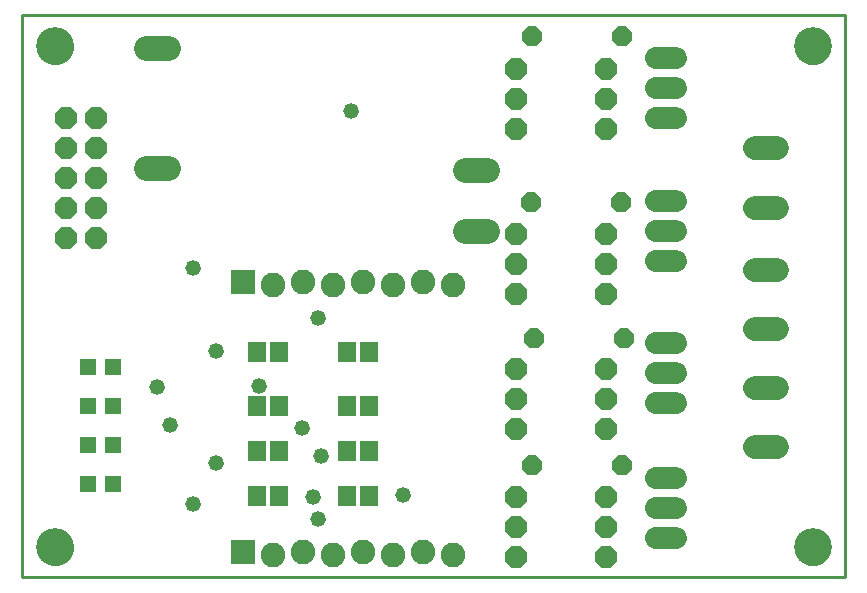
<source format=gts>
G75*
%MOIN*%
%OFA0B0*%
%FSLAX25Y25*%
%IPPOS*%
%LPD*%
%AMOC8*
5,1,8,0,0,1.08239X$1,22.5*
%
%ADD10C,0.01000*%
%ADD11C,0.08100*%
%ADD12C,0.08200*%
%ADD13C,0.00000*%
%ADD14C,0.12611*%
%ADD15R,0.08200X0.08200*%
%ADD16C,0.08200*%
%ADD17OC8,0.06600*%
%ADD18R,0.05918X0.06706*%
%ADD19R,0.05524X0.05524*%
%ADD20C,0.07400*%
%ADD21OC8,0.07400*%
%ADD22OC8,0.07100*%
%ADD23C,0.05200*%
D10*
X0039800Y0028800D02*
X0039800Y0216261D01*
X0314001Y0216261D01*
X0314001Y0028800D01*
X0039800Y0028800D01*
D11*
X0284050Y0072272D02*
X0291350Y0072272D01*
X0291350Y0091957D02*
X0284050Y0091957D01*
X0284050Y0111643D02*
X0291350Y0111643D01*
X0291350Y0131328D02*
X0284050Y0131328D01*
X0284150Y0151800D02*
X0291450Y0151800D01*
X0291450Y0171800D02*
X0284150Y0171800D01*
D12*
X0194831Y0164457D02*
X0187431Y0164457D01*
X0187431Y0144379D02*
X0194831Y0144379D01*
X0088531Y0165245D02*
X0081131Y0165245D01*
X0081131Y0205087D02*
X0088531Y0205087D01*
D13*
X0044894Y0205800D02*
X0044896Y0205953D01*
X0044902Y0206107D01*
X0044912Y0206260D01*
X0044926Y0206412D01*
X0044944Y0206565D01*
X0044966Y0206716D01*
X0044991Y0206867D01*
X0045021Y0207018D01*
X0045055Y0207168D01*
X0045092Y0207316D01*
X0045133Y0207464D01*
X0045178Y0207610D01*
X0045227Y0207756D01*
X0045280Y0207900D01*
X0045336Y0208042D01*
X0045396Y0208183D01*
X0045460Y0208323D01*
X0045527Y0208461D01*
X0045598Y0208597D01*
X0045673Y0208731D01*
X0045750Y0208863D01*
X0045832Y0208993D01*
X0045916Y0209121D01*
X0046004Y0209247D01*
X0046095Y0209370D01*
X0046189Y0209491D01*
X0046287Y0209609D01*
X0046387Y0209725D01*
X0046491Y0209838D01*
X0046597Y0209949D01*
X0046706Y0210057D01*
X0046818Y0210162D01*
X0046932Y0210263D01*
X0047050Y0210362D01*
X0047169Y0210458D01*
X0047291Y0210551D01*
X0047416Y0210640D01*
X0047543Y0210727D01*
X0047672Y0210809D01*
X0047803Y0210889D01*
X0047936Y0210965D01*
X0048071Y0211038D01*
X0048208Y0211107D01*
X0048347Y0211172D01*
X0048487Y0211234D01*
X0048629Y0211292D01*
X0048772Y0211347D01*
X0048917Y0211398D01*
X0049063Y0211445D01*
X0049210Y0211488D01*
X0049358Y0211527D01*
X0049507Y0211563D01*
X0049657Y0211594D01*
X0049808Y0211622D01*
X0049959Y0211646D01*
X0050112Y0211666D01*
X0050264Y0211682D01*
X0050417Y0211694D01*
X0050570Y0211702D01*
X0050723Y0211706D01*
X0050877Y0211706D01*
X0051030Y0211702D01*
X0051183Y0211694D01*
X0051336Y0211682D01*
X0051488Y0211666D01*
X0051641Y0211646D01*
X0051792Y0211622D01*
X0051943Y0211594D01*
X0052093Y0211563D01*
X0052242Y0211527D01*
X0052390Y0211488D01*
X0052537Y0211445D01*
X0052683Y0211398D01*
X0052828Y0211347D01*
X0052971Y0211292D01*
X0053113Y0211234D01*
X0053253Y0211172D01*
X0053392Y0211107D01*
X0053529Y0211038D01*
X0053664Y0210965D01*
X0053797Y0210889D01*
X0053928Y0210809D01*
X0054057Y0210727D01*
X0054184Y0210640D01*
X0054309Y0210551D01*
X0054431Y0210458D01*
X0054550Y0210362D01*
X0054668Y0210263D01*
X0054782Y0210162D01*
X0054894Y0210057D01*
X0055003Y0209949D01*
X0055109Y0209838D01*
X0055213Y0209725D01*
X0055313Y0209609D01*
X0055411Y0209491D01*
X0055505Y0209370D01*
X0055596Y0209247D01*
X0055684Y0209121D01*
X0055768Y0208993D01*
X0055850Y0208863D01*
X0055927Y0208731D01*
X0056002Y0208597D01*
X0056073Y0208461D01*
X0056140Y0208323D01*
X0056204Y0208183D01*
X0056264Y0208042D01*
X0056320Y0207900D01*
X0056373Y0207756D01*
X0056422Y0207610D01*
X0056467Y0207464D01*
X0056508Y0207316D01*
X0056545Y0207168D01*
X0056579Y0207018D01*
X0056609Y0206867D01*
X0056634Y0206716D01*
X0056656Y0206565D01*
X0056674Y0206412D01*
X0056688Y0206260D01*
X0056698Y0206107D01*
X0056704Y0205953D01*
X0056706Y0205800D01*
X0056704Y0205647D01*
X0056698Y0205493D01*
X0056688Y0205340D01*
X0056674Y0205188D01*
X0056656Y0205035D01*
X0056634Y0204884D01*
X0056609Y0204733D01*
X0056579Y0204582D01*
X0056545Y0204432D01*
X0056508Y0204284D01*
X0056467Y0204136D01*
X0056422Y0203990D01*
X0056373Y0203844D01*
X0056320Y0203700D01*
X0056264Y0203558D01*
X0056204Y0203417D01*
X0056140Y0203277D01*
X0056073Y0203139D01*
X0056002Y0203003D01*
X0055927Y0202869D01*
X0055850Y0202737D01*
X0055768Y0202607D01*
X0055684Y0202479D01*
X0055596Y0202353D01*
X0055505Y0202230D01*
X0055411Y0202109D01*
X0055313Y0201991D01*
X0055213Y0201875D01*
X0055109Y0201762D01*
X0055003Y0201651D01*
X0054894Y0201543D01*
X0054782Y0201438D01*
X0054668Y0201337D01*
X0054550Y0201238D01*
X0054431Y0201142D01*
X0054309Y0201049D01*
X0054184Y0200960D01*
X0054057Y0200873D01*
X0053928Y0200791D01*
X0053797Y0200711D01*
X0053664Y0200635D01*
X0053529Y0200562D01*
X0053392Y0200493D01*
X0053253Y0200428D01*
X0053113Y0200366D01*
X0052971Y0200308D01*
X0052828Y0200253D01*
X0052683Y0200202D01*
X0052537Y0200155D01*
X0052390Y0200112D01*
X0052242Y0200073D01*
X0052093Y0200037D01*
X0051943Y0200006D01*
X0051792Y0199978D01*
X0051641Y0199954D01*
X0051488Y0199934D01*
X0051336Y0199918D01*
X0051183Y0199906D01*
X0051030Y0199898D01*
X0050877Y0199894D01*
X0050723Y0199894D01*
X0050570Y0199898D01*
X0050417Y0199906D01*
X0050264Y0199918D01*
X0050112Y0199934D01*
X0049959Y0199954D01*
X0049808Y0199978D01*
X0049657Y0200006D01*
X0049507Y0200037D01*
X0049358Y0200073D01*
X0049210Y0200112D01*
X0049063Y0200155D01*
X0048917Y0200202D01*
X0048772Y0200253D01*
X0048629Y0200308D01*
X0048487Y0200366D01*
X0048347Y0200428D01*
X0048208Y0200493D01*
X0048071Y0200562D01*
X0047936Y0200635D01*
X0047803Y0200711D01*
X0047672Y0200791D01*
X0047543Y0200873D01*
X0047416Y0200960D01*
X0047291Y0201049D01*
X0047169Y0201142D01*
X0047050Y0201238D01*
X0046932Y0201337D01*
X0046818Y0201438D01*
X0046706Y0201543D01*
X0046597Y0201651D01*
X0046491Y0201762D01*
X0046387Y0201875D01*
X0046287Y0201991D01*
X0046189Y0202109D01*
X0046095Y0202230D01*
X0046004Y0202353D01*
X0045916Y0202479D01*
X0045832Y0202607D01*
X0045750Y0202737D01*
X0045673Y0202869D01*
X0045598Y0203003D01*
X0045527Y0203139D01*
X0045460Y0203277D01*
X0045396Y0203417D01*
X0045336Y0203558D01*
X0045280Y0203700D01*
X0045227Y0203844D01*
X0045178Y0203990D01*
X0045133Y0204136D01*
X0045092Y0204284D01*
X0045055Y0204432D01*
X0045021Y0204582D01*
X0044991Y0204733D01*
X0044966Y0204884D01*
X0044944Y0205035D01*
X0044926Y0205188D01*
X0044912Y0205340D01*
X0044902Y0205493D01*
X0044896Y0205647D01*
X0044894Y0205800D01*
X0297394Y0205800D02*
X0297396Y0205953D01*
X0297402Y0206107D01*
X0297412Y0206260D01*
X0297426Y0206412D01*
X0297444Y0206565D01*
X0297466Y0206716D01*
X0297491Y0206867D01*
X0297521Y0207018D01*
X0297555Y0207168D01*
X0297592Y0207316D01*
X0297633Y0207464D01*
X0297678Y0207610D01*
X0297727Y0207756D01*
X0297780Y0207900D01*
X0297836Y0208042D01*
X0297896Y0208183D01*
X0297960Y0208323D01*
X0298027Y0208461D01*
X0298098Y0208597D01*
X0298173Y0208731D01*
X0298250Y0208863D01*
X0298332Y0208993D01*
X0298416Y0209121D01*
X0298504Y0209247D01*
X0298595Y0209370D01*
X0298689Y0209491D01*
X0298787Y0209609D01*
X0298887Y0209725D01*
X0298991Y0209838D01*
X0299097Y0209949D01*
X0299206Y0210057D01*
X0299318Y0210162D01*
X0299432Y0210263D01*
X0299550Y0210362D01*
X0299669Y0210458D01*
X0299791Y0210551D01*
X0299916Y0210640D01*
X0300043Y0210727D01*
X0300172Y0210809D01*
X0300303Y0210889D01*
X0300436Y0210965D01*
X0300571Y0211038D01*
X0300708Y0211107D01*
X0300847Y0211172D01*
X0300987Y0211234D01*
X0301129Y0211292D01*
X0301272Y0211347D01*
X0301417Y0211398D01*
X0301563Y0211445D01*
X0301710Y0211488D01*
X0301858Y0211527D01*
X0302007Y0211563D01*
X0302157Y0211594D01*
X0302308Y0211622D01*
X0302459Y0211646D01*
X0302612Y0211666D01*
X0302764Y0211682D01*
X0302917Y0211694D01*
X0303070Y0211702D01*
X0303223Y0211706D01*
X0303377Y0211706D01*
X0303530Y0211702D01*
X0303683Y0211694D01*
X0303836Y0211682D01*
X0303988Y0211666D01*
X0304141Y0211646D01*
X0304292Y0211622D01*
X0304443Y0211594D01*
X0304593Y0211563D01*
X0304742Y0211527D01*
X0304890Y0211488D01*
X0305037Y0211445D01*
X0305183Y0211398D01*
X0305328Y0211347D01*
X0305471Y0211292D01*
X0305613Y0211234D01*
X0305753Y0211172D01*
X0305892Y0211107D01*
X0306029Y0211038D01*
X0306164Y0210965D01*
X0306297Y0210889D01*
X0306428Y0210809D01*
X0306557Y0210727D01*
X0306684Y0210640D01*
X0306809Y0210551D01*
X0306931Y0210458D01*
X0307050Y0210362D01*
X0307168Y0210263D01*
X0307282Y0210162D01*
X0307394Y0210057D01*
X0307503Y0209949D01*
X0307609Y0209838D01*
X0307713Y0209725D01*
X0307813Y0209609D01*
X0307911Y0209491D01*
X0308005Y0209370D01*
X0308096Y0209247D01*
X0308184Y0209121D01*
X0308268Y0208993D01*
X0308350Y0208863D01*
X0308427Y0208731D01*
X0308502Y0208597D01*
X0308573Y0208461D01*
X0308640Y0208323D01*
X0308704Y0208183D01*
X0308764Y0208042D01*
X0308820Y0207900D01*
X0308873Y0207756D01*
X0308922Y0207610D01*
X0308967Y0207464D01*
X0309008Y0207316D01*
X0309045Y0207168D01*
X0309079Y0207018D01*
X0309109Y0206867D01*
X0309134Y0206716D01*
X0309156Y0206565D01*
X0309174Y0206412D01*
X0309188Y0206260D01*
X0309198Y0206107D01*
X0309204Y0205953D01*
X0309206Y0205800D01*
X0309204Y0205647D01*
X0309198Y0205493D01*
X0309188Y0205340D01*
X0309174Y0205188D01*
X0309156Y0205035D01*
X0309134Y0204884D01*
X0309109Y0204733D01*
X0309079Y0204582D01*
X0309045Y0204432D01*
X0309008Y0204284D01*
X0308967Y0204136D01*
X0308922Y0203990D01*
X0308873Y0203844D01*
X0308820Y0203700D01*
X0308764Y0203558D01*
X0308704Y0203417D01*
X0308640Y0203277D01*
X0308573Y0203139D01*
X0308502Y0203003D01*
X0308427Y0202869D01*
X0308350Y0202737D01*
X0308268Y0202607D01*
X0308184Y0202479D01*
X0308096Y0202353D01*
X0308005Y0202230D01*
X0307911Y0202109D01*
X0307813Y0201991D01*
X0307713Y0201875D01*
X0307609Y0201762D01*
X0307503Y0201651D01*
X0307394Y0201543D01*
X0307282Y0201438D01*
X0307168Y0201337D01*
X0307050Y0201238D01*
X0306931Y0201142D01*
X0306809Y0201049D01*
X0306684Y0200960D01*
X0306557Y0200873D01*
X0306428Y0200791D01*
X0306297Y0200711D01*
X0306164Y0200635D01*
X0306029Y0200562D01*
X0305892Y0200493D01*
X0305753Y0200428D01*
X0305613Y0200366D01*
X0305471Y0200308D01*
X0305328Y0200253D01*
X0305183Y0200202D01*
X0305037Y0200155D01*
X0304890Y0200112D01*
X0304742Y0200073D01*
X0304593Y0200037D01*
X0304443Y0200006D01*
X0304292Y0199978D01*
X0304141Y0199954D01*
X0303988Y0199934D01*
X0303836Y0199918D01*
X0303683Y0199906D01*
X0303530Y0199898D01*
X0303377Y0199894D01*
X0303223Y0199894D01*
X0303070Y0199898D01*
X0302917Y0199906D01*
X0302764Y0199918D01*
X0302612Y0199934D01*
X0302459Y0199954D01*
X0302308Y0199978D01*
X0302157Y0200006D01*
X0302007Y0200037D01*
X0301858Y0200073D01*
X0301710Y0200112D01*
X0301563Y0200155D01*
X0301417Y0200202D01*
X0301272Y0200253D01*
X0301129Y0200308D01*
X0300987Y0200366D01*
X0300847Y0200428D01*
X0300708Y0200493D01*
X0300571Y0200562D01*
X0300436Y0200635D01*
X0300303Y0200711D01*
X0300172Y0200791D01*
X0300043Y0200873D01*
X0299916Y0200960D01*
X0299791Y0201049D01*
X0299669Y0201142D01*
X0299550Y0201238D01*
X0299432Y0201337D01*
X0299318Y0201438D01*
X0299206Y0201543D01*
X0299097Y0201651D01*
X0298991Y0201762D01*
X0298887Y0201875D01*
X0298787Y0201991D01*
X0298689Y0202109D01*
X0298595Y0202230D01*
X0298504Y0202353D01*
X0298416Y0202479D01*
X0298332Y0202607D01*
X0298250Y0202737D01*
X0298173Y0202869D01*
X0298098Y0203003D01*
X0298027Y0203139D01*
X0297960Y0203277D01*
X0297896Y0203417D01*
X0297836Y0203558D01*
X0297780Y0203700D01*
X0297727Y0203844D01*
X0297678Y0203990D01*
X0297633Y0204136D01*
X0297592Y0204284D01*
X0297555Y0204432D01*
X0297521Y0204582D01*
X0297491Y0204733D01*
X0297466Y0204884D01*
X0297444Y0205035D01*
X0297426Y0205188D01*
X0297412Y0205340D01*
X0297402Y0205493D01*
X0297396Y0205647D01*
X0297394Y0205800D01*
X0297394Y0038800D02*
X0297396Y0038953D01*
X0297402Y0039107D01*
X0297412Y0039260D01*
X0297426Y0039412D01*
X0297444Y0039565D01*
X0297466Y0039716D01*
X0297491Y0039867D01*
X0297521Y0040018D01*
X0297555Y0040168D01*
X0297592Y0040316D01*
X0297633Y0040464D01*
X0297678Y0040610D01*
X0297727Y0040756D01*
X0297780Y0040900D01*
X0297836Y0041042D01*
X0297896Y0041183D01*
X0297960Y0041323D01*
X0298027Y0041461D01*
X0298098Y0041597D01*
X0298173Y0041731D01*
X0298250Y0041863D01*
X0298332Y0041993D01*
X0298416Y0042121D01*
X0298504Y0042247D01*
X0298595Y0042370D01*
X0298689Y0042491D01*
X0298787Y0042609D01*
X0298887Y0042725D01*
X0298991Y0042838D01*
X0299097Y0042949D01*
X0299206Y0043057D01*
X0299318Y0043162D01*
X0299432Y0043263D01*
X0299550Y0043362D01*
X0299669Y0043458D01*
X0299791Y0043551D01*
X0299916Y0043640D01*
X0300043Y0043727D01*
X0300172Y0043809D01*
X0300303Y0043889D01*
X0300436Y0043965D01*
X0300571Y0044038D01*
X0300708Y0044107D01*
X0300847Y0044172D01*
X0300987Y0044234D01*
X0301129Y0044292D01*
X0301272Y0044347D01*
X0301417Y0044398D01*
X0301563Y0044445D01*
X0301710Y0044488D01*
X0301858Y0044527D01*
X0302007Y0044563D01*
X0302157Y0044594D01*
X0302308Y0044622D01*
X0302459Y0044646D01*
X0302612Y0044666D01*
X0302764Y0044682D01*
X0302917Y0044694D01*
X0303070Y0044702D01*
X0303223Y0044706D01*
X0303377Y0044706D01*
X0303530Y0044702D01*
X0303683Y0044694D01*
X0303836Y0044682D01*
X0303988Y0044666D01*
X0304141Y0044646D01*
X0304292Y0044622D01*
X0304443Y0044594D01*
X0304593Y0044563D01*
X0304742Y0044527D01*
X0304890Y0044488D01*
X0305037Y0044445D01*
X0305183Y0044398D01*
X0305328Y0044347D01*
X0305471Y0044292D01*
X0305613Y0044234D01*
X0305753Y0044172D01*
X0305892Y0044107D01*
X0306029Y0044038D01*
X0306164Y0043965D01*
X0306297Y0043889D01*
X0306428Y0043809D01*
X0306557Y0043727D01*
X0306684Y0043640D01*
X0306809Y0043551D01*
X0306931Y0043458D01*
X0307050Y0043362D01*
X0307168Y0043263D01*
X0307282Y0043162D01*
X0307394Y0043057D01*
X0307503Y0042949D01*
X0307609Y0042838D01*
X0307713Y0042725D01*
X0307813Y0042609D01*
X0307911Y0042491D01*
X0308005Y0042370D01*
X0308096Y0042247D01*
X0308184Y0042121D01*
X0308268Y0041993D01*
X0308350Y0041863D01*
X0308427Y0041731D01*
X0308502Y0041597D01*
X0308573Y0041461D01*
X0308640Y0041323D01*
X0308704Y0041183D01*
X0308764Y0041042D01*
X0308820Y0040900D01*
X0308873Y0040756D01*
X0308922Y0040610D01*
X0308967Y0040464D01*
X0309008Y0040316D01*
X0309045Y0040168D01*
X0309079Y0040018D01*
X0309109Y0039867D01*
X0309134Y0039716D01*
X0309156Y0039565D01*
X0309174Y0039412D01*
X0309188Y0039260D01*
X0309198Y0039107D01*
X0309204Y0038953D01*
X0309206Y0038800D01*
X0309204Y0038647D01*
X0309198Y0038493D01*
X0309188Y0038340D01*
X0309174Y0038188D01*
X0309156Y0038035D01*
X0309134Y0037884D01*
X0309109Y0037733D01*
X0309079Y0037582D01*
X0309045Y0037432D01*
X0309008Y0037284D01*
X0308967Y0037136D01*
X0308922Y0036990D01*
X0308873Y0036844D01*
X0308820Y0036700D01*
X0308764Y0036558D01*
X0308704Y0036417D01*
X0308640Y0036277D01*
X0308573Y0036139D01*
X0308502Y0036003D01*
X0308427Y0035869D01*
X0308350Y0035737D01*
X0308268Y0035607D01*
X0308184Y0035479D01*
X0308096Y0035353D01*
X0308005Y0035230D01*
X0307911Y0035109D01*
X0307813Y0034991D01*
X0307713Y0034875D01*
X0307609Y0034762D01*
X0307503Y0034651D01*
X0307394Y0034543D01*
X0307282Y0034438D01*
X0307168Y0034337D01*
X0307050Y0034238D01*
X0306931Y0034142D01*
X0306809Y0034049D01*
X0306684Y0033960D01*
X0306557Y0033873D01*
X0306428Y0033791D01*
X0306297Y0033711D01*
X0306164Y0033635D01*
X0306029Y0033562D01*
X0305892Y0033493D01*
X0305753Y0033428D01*
X0305613Y0033366D01*
X0305471Y0033308D01*
X0305328Y0033253D01*
X0305183Y0033202D01*
X0305037Y0033155D01*
X0304890Y0033112D01*
X0304742Y0033073D01*
X0304593Y0033037D01*
X0304443Y0033006D01*
X0304292Y0032978D01*
X0304141Y0032954D01*
X0303988Y0032934D01*
X0303836Y0032918D01*
X0303683Y0032906D01*
X0303530Y0032898D01*
X0303377Y0032894D01*
X0303223Y0032894D01*
X0303070Y0032898D01*
X0302917Y0032906D01*
X0302764Y0032918D01*
X0302612Y0032934D01*
X0302459Y0032954D01*
X0302308Y0032978D01*
X0302157Y0033006D01*
X0302007Y0033037D01*
X0301858Y0033073D01*
X0301710Y0033112D01*
X0301563Y0033155D01*
X0301417Y0033202D01*
X0301272Y0033253D01*
X0301129Y0033308D01*
X0300987Y0033366D01*
X0300847Y0033428D01*
X0300708Y0033493D01*
X0300571Y0033562D01*
X0300436Y0033635D01*
X0300303Y0033711D01*
X0300172Y0033791D01*
X0300043Y0033873D01*
X0299916Y0033960D01*
X0299791Y0034049D01*
X0299669Y0034142D01*
X0299550Y0034238D01*
X0299432Y0034337D01*
X0299318Y0034438D01*
X0299206Y0034543D01*
X0299097Y0034651D01*
X0298991Y0034762D01*
X0298887Y0034875D01*
X0298787Y0034991D01*
X0298689Y0035109D01*
X0298595Y0035230D01*
X0298504Y0035353D01*
X0298416Y0035479D01*
X0298332Y0035607D01*
X0298250Y0035737D01*
X0298173Y0035869D01*
X0298098Y0036003D01*
X0298027Y0036139D01*
X0297960Y0036277D01*
X0297896Y0036417D01*
X0297836Y0036558D01*
X0297780Y0036700D01*
X0297727Y0036844D01*
X0297678Y0036990D01*
X0297633Y0037136D01*
X0297592Y0037284D01*
X0297555Y0037432D01*
X0297521Y0037582D01*
X0297491Y0037733D01*
X0297466Y0037884D01*
X0297444Y0038035D01*
X0297426Y0038188D01*
X0297412Y0038340D01*
X0297402Y0038493D01*
X0297396Y0038647D01*
X0297394Y0038800D01*
X0044894Y0038800D02*
X0044896Y0038953D01*
X0044902Y0039107D01*
X0044912Y0039260D01*
X0044926Y0039412D01*
X0044944Y0039565D01*
X0044966Y0039716D01*
X0044991Y0039867D01*
X0045021Y0040018D01*
X0045055Y0040168D01*
X0045092Y0040316D01*
X0045133Y0040464D01*
X0045178Y0040610D01*
X0045227Y0040756D01*
X0045280Y0040900D01*
X0045336Y0041042D01*
X0045396Y0041183D01*
X0045460Y0041323D01*
X0045527Y0041461D01*
X0045598Y0041597D01*
X0045673Y0041731D01*
X0045750Y0041863D01*
X0045832Y0041993D01*
X0045916Y0042121D01*
X0046004Y0042247D01*
X0046095Y0042370D01*
X0046189Y0042491D01*
X0046287Y0042609D01*
X0046387Y0042725D01*
X0046491Y0042838D01*
X0046597Y0042949D01*
X0046706Y0043057D01*
X0046818Y0043162D01*
X0046932Y0043263D01*
X0047050Y0043362D01*
X0047169Y0043458D01*
X0047291Y0043551D01*
X0047416Y0043640D01*
X0047543Y0043727D01*
X0047672Y0043809D01*
X0047803Y0043889D01*
X0047936Y0043965D01*
X0048071Y0044038D01*
X0048208Y0044107D01*
X0048347Y0044172D01*
X0048487Y0044234D01*
X0048629Y0044292D01*
X0048772Y0044347D01*
X0048917Y0044398D01*
X0049063Y0044445D01*
X0049210Y0044488D01*
X0049358Y0044527D01*
X0049507Y0044563D01*
X0049657Y0044594D01*
X0049808Y0044622D01*
X0049959Y0044646D01*
X0050112Y0044666D01*
X0050264Y0044682D01*
X0050417Y0044694D01*
X0050570Y0044702D01*
X0050723Y0044706D01*
X0050877Y0044706D01*
X0051030Y0044702D01*
X0051183Y0044694D01*
X0051336Y0044682D01*
X0051488Y0044666D01*
X0051641Y0044646D01*
X0051792Y0044622D01*
X0051943Y0044594D01*
X0052093Y0044563D01*
X0052242Y0044527D01*
X0052390Y0044488D01*
X0052537Y0044445D01*
X0052683Y0044398D01*
X0052828Y0044347D01*
X0052971Y0044292D01*
X0053113Y0044234D01*
X0053253Y0044172D01*
X0053392Y0044107D01*
X0053529Y0044038D01*
X0053664Y0043965D01*
X0053797Y0043889D01*
X0053928Y0043809D01*
X0054057Y0043727D01*
X0054184Y0043640D01*
X0054309Y0043551D01*
X0054431Y0043458D01*
X0054550Y0043362D01*
X0054668Y0043263D01*
X0054782Y0043162D01*
X0054894Y0043057D01*
X0055003Y0042949D01*
X0055109Y0042838D01*
X0055213Y0042725D01*
X0055313Y0042609D01*
X0055411Y0042491D01*
X0055505Y0042370D01*
X0055596Y0042247D01*
X0055684Y0042121D01*
X0055768Y0041993D01*
X0055850Y0041863D01*
X0055927Y0041731D01*
X0056002Y0041597D01*
X0056073Y0041461D01*
X0056140Y0041323D01*
X0056204Y0041183D01*
X0056264Y0041042D01*
X0056320Y0040900D01*
X0056373Y0040756D01*
X0056422Y0040610D01*
X0056467Y0040464D01*
X0056508Y0040316D01*
X0056545Y0040168D01*
X0056579Y0040018D01*
X0056609Y0039867D01*
X0056634Y0039716D01*
X0056656Y0039565D01*
X0056674Y0039412D01*
X0056688Y0039260D01*
X0056698Y0039107D01*
X0056704Y0038953D01*
X0056706Y0038800D01*
X0056704Y0038647D01*
X0056698Y0038493D01*
X0056688Y0038340D01*
X0056674Y0038188D01*
X0056656Y0038035D01*
X0056634Y0037884D01*
X0056609Y0037733D01*
X0056579Y0037582D01*
X0056545Y0037432D01*
X0056508Y0037284D01*
X0056467Y0037136D01*
X0056422Y0036990D01*
X0056373Y0036844D01*
X0056320Y0036700D01*
X0056264Y0036558D01*
X0056204Y0036417D01*
X0056140Y0036277D01*
X0056073Y0036139D01*
X0056002Y0036003D01*
X0055927Y0035869D01*
X0055850Y0035737D01*
X0055768Y0035607D01*
X0055684Y0035479D01*
X0055596Y0035353D01*
X0055505Y0035230D01*
X0055411Y0035109D01*
X0055313Y0034991D01*
X0055213Y0034875D01*
X0055109Y0034762D01*
X0055003Y0034651D01*
X0054894Y0034543D01*
X0054782Y0034438D01*
X0054668Y0034337D01*
X0054550Y0034238D01*
X0054431Y0034142D01*
X0054309Y0034049D01*
X0054184Y0033960D01*
X0054057Y0033873D01*
X0053928Y0033791D01*
X0053797Y0033711D01*
X0053664Y0033635D01*
X0053529Y0033562D01*
X0053392Y0033493D01*
X0053253Y0033428D01*
X0053113Y0033366D01*
X0052971Y0033308D01*
X0052828Y0033253D01*
X0052683Y0033202D01*
X0052537Y0033155D01*
X0052390Y0033112D01*
X0052242Y0033073D01*
X0052093Y0033037D01*
X0051943Y0033006D01*
X0051792Y0032978D01*
X0051641Y0032954D01*
X0051488Y0032934D01*
X0051336Y0032918D01*
X0051183Y0032906D01*
X0051030Y0032898D01*
X0050877Y0032894D01*
X0050723Y0032894D01*
X0050570Y0032898D01*
X0050417Y0032906D01*
X0050264Y0032918D01*
X0050112Y0032934D01*
X0049959Y0032954D01*
X0049808Y0032978D01*
X0049657Y0033006D01*
X0049507Y0033037D01*
X0049358Y0033073D01*
X0049210Y0033112D01*
X0049063Y0033155D01*
X0048917Y0033202D01*
X0048772Y0033253D01*
X0048629Y0033308D01*
X0048487Y0033366D01*
X0048347Y0033428D01*
X0048208Y0033493D01*
X0048071Y0033562D01*
X0047936Y0033635D01*
X0047803Y0033711D01*
X0047672Y0033791D01*
X0047543Y0033873D01*
X0047416Y0033960D01*
X0047291Y0034049D01*
X0047169Y0034142D01*
X0047050Y0034238D01*
X0046932Y0034337D01*
X0046818Y0034438D01*
X0046706Y0034543D01*
X0046597Y0034651D01*
X0046491Y0034762D01*
X0046387Y0034875D01*
X0046287Y0034991D01*
X0046189Y0035109D01*
X0046095Y0035230D01*
X0046004Y0035353D01*
X0045916Y0035479D01*
X0045832Y0035607D01*
X0045750Y0035737D01*
X0045673Y0035869D01*
X0045598Y0036003D01*
X0045527Y0036139D01*
X0045460Y0036277D01*
X0045396Y0036417D01*
X0045336Y0036558D01*
X0045280Y0036700D01*
X0045227Y0036844D01*
X0045178Y0036990D01*
X0045133Y0037136D01*
X0045092Y0037284D01*
X0045055Y0037432D01*
X0045021Y0037582D01*
X0044991Y0037733D01*
X0044966Y0037884D01*
X0044944Y0038035D01*
X0044926Y0038188D01*
X0044912Y0038340D01*
X0044902Y0038493D01*
X0044896Y0038647D01*
X0044894Y0038800D01*
D14*
X0050800Y0038800D03*
X0303300Y0038800D03*
X0303300Y0205800D03*
X0050800Y0205800D03*
D15*
X0113300Y0127300D03*
X0113300Y0037300D03*
D16*
X0123300Y0036300D03*
X0133300Y0037300D03*
X0143300Y0036300D03*
X0153300Y0037300D03*
X0163300Y0036300D03*
X0173300Y0037300D03*
X0183300Y0036300D03*
X0183300Y0126300D03*
X0173300Y0127300D03*
X0163300Y0126300D03*
X0153300Y0127300D03*
X0143300Y0126300D03*
X0133300Y0127300D03*
X0123300Y0126300D03*
D17*
X0210300Y0108700D03*
X0240300Y0108700D03*
X0239600Y0066300D03*
X0209600Y0066300D03*
X0209300Y0153900D03*
X0239300Y0153900D03*
X0239900Y0209100D03*
X0209900Y0209100D03*
D18*
X0155540Y0103800D03*
X0148060Y0103800D03*
X0125540Y0103800D03*
X0118060Y0103800D03*
X0118060Y0085800D03*
X0125540Y0085800D03*
X0125540Y0070800D03*
X0118060Y0070800D03*
X0118060Y0055800D03*
X0125540Y0055800D03*
X0148060Y0055800D03*
X0155540Y0055800D03*
X0155540Y0070800D03*
X0148060Y0070800D03*
X0148060Y0085800D03*
X0155540Y0085800D03*
D19*
X0069934Y0085800D03*
X0061666Y0085800D03*
X0061666Y0072800D03*
X0069934Y0072800D03*
X0069934Y0059800D03*
X0061666Y0059800D03*
X0061666Y0098800D03*
X0069934Y0098800D03*
D20*
X0251000Y0096800D02*
X0257600Y0096800D01*
X0257600Y0086800D02*
X0251000Y0086800D01*
X0251000Y0106800D02*
X0257600Y0106800D01*
X0257600Y0134300D02*
X0251000Y0134300D01*
X0251000Y0144300D02*
X0257600Y0144300D01*
X0257600Y0154300D02*
X0251000Y0154300D01*
X0251000Y0181800D02*
X0257600Y0181800D01*
X0257600Y0191800D02*
X0251000Y0191800D01*
X0251000Y0201800D02*
X0257600Y0201800D01*
X0257600Y0061800D02*
X0251000Y0061800D01*
X0251000Y0051800D02*
X0257600Y0051800D01*
X0257600Y0041800D02*
X0251000Y0041800D01*
D21*
X0064300Y0141800D03*
X0054300Y0141800D03*
X0054300Y0151800D03*
X0064300Y0151800D03*
X0064300Y0161800D03*
X0054300Y0161800D03*
X0054300Y0171800D03*
X0064300Y0171800D03*
X0064300Y0181800D03*
X0054300Y0181800D03*
D22*
X0204300Y0178119D03*
X0204300Y0188119D03*
X0204300Y0198119D03*
X0234300Y0198119D03*
X0234300Y0188119D03*
X0234300Y0178119D03*
X0234300Y0143119D03*
X0234300Y0133119D03*
X0234300Y0123119D03*
X0204300Y0123119D03*
X0204300Y0133119D03*
X0204300Y0143119D03*
X0204300Y0098119D03*
X0204300Y0088119D03*
X0204300Y0078119D03*
X0234300Y0078119D03*
X0234300Y0088119D03*
X0234300Y0098119D03*
X0234300Y0055619D03*
X0234300Y0045619D03*
X0234300Y0035619D03*
X0204300Y0035619D03*
X0204300Y0045619D03*
X0204300Y0055619D03*
D23*
X0166800Y0056175D03*
X0139300Y0069300D03*
X0133050Y0078675D03*
X0118675Y0092425D03*
X0104300Y0104300D03*
X0084600Y0092400D03*
X0088925Y0079600D03*
X0104300Y0066800D03*
X0096800Y0053300D03*
X0136800Y0055550D03*
X0138275Y0048275D03*
X0138500Y0115225D03*
X0096800Y0131800D03*
X0149300Y0184300D03*
M02*

</source>
